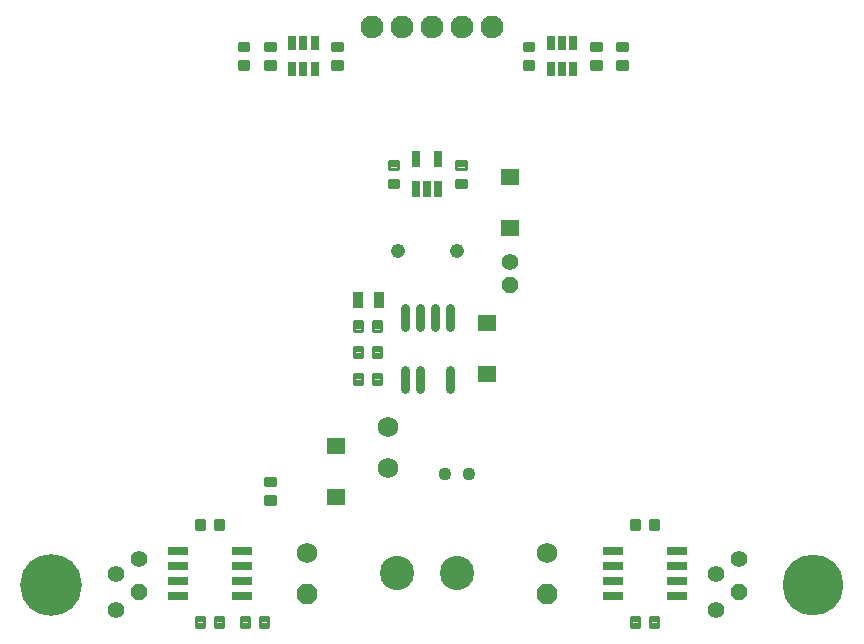
<source format=gts>
G75*
%MOIN*%
%OFA0B0*%
%FSLAX24Y24*%
%IPPOS*%
%LPD*%
%AMOC8*
5,1,8,0,0,1.08239X$1,22.5*
%
%ADD10C,0.2060*%
%ADD11C,0.2029*%
%ADD12R,0.0315X0.0472*%
%ADD13OC8,0.0560*%
%ADD14C,0.0560*%
%ADD15OC8,0.0690*%
%ADD16C,0.0690*%
%ADD17C,0.0300*%
%ADD18R,0.0375X0.0532*%
%ADD19R,0.0670X0.0296*%
%ADD20R,0.0639X0.0560*%
%ADD21C,0.0112*%
%ADD22C,0.0760*%
%ADD23C,0.1143*%
%ADD24R,0.0277X0.0532*%
%ADD25C,0.0436*%
%ADD26C,0.0476*%
D10*
X001626Y001975D03*
D11*
X027020Y001975D03*
D12*
X019024Y019172D03*
X018650Y019172D03*
X018276Y019172D03*
X018276Y020038D03*
X018650Y020038D03*
X019024Y020038D03*
X010399Y020038D03*
X010025Y020038D03*
X009651Y020038D03*
X009651Y019172D03*
X010025Y019172D03*
X010399Y019172D03*
D13*
X016900Y011961D03*
X024531Y001725D03*
X004531Y001725D03*
D14*
X003769Y002325D03*
X004531Y002825D03*
X003769Y001125D03*
X016900Y012748D03*
X024531Y002825D03*
X023769Y002325D03*
X023769Y001125D03*
D15*
X018150Y001666D03*
X010150Y001666D03*
D16*
X010150Y003044D03*
X012838Y005852D03*
X012838Y007230D03*
X018150Y003044D03*
D17*
X014900Y008510D02*
X014900Y009140D01*
X013900Y009140D02*
X013900Y008510D01*
X013400Y008510D02*
X013400Y009140D01*
X013400Y010570D02*
X013400Y011200D01*
X013900Y011200D02*
X013900Y010570D01*
X014400Y010570D02*
X014400Y011200D01*
X014900Y011200D02*
X014900Y010570D01*
D18*
X012544Y011480D03*
X011835Y011480D03*
D19*
X007963Y003105D03*
X007963Y002605D03*
X007963Y002105D03*
X007963Y001605D03*
X005837Y001605D03*
X005837Y002105D03*
X005837Y002605D03*
X005837Y003105D03*
X020337Y003105D03*
X020337Y002605D03*
X020337Y002105D03*
X020337Y001605D03*
X022463Y001605D03*
X022463Y002105D03*
X022463Y002605D03*
X022463Y003105D03*
D20*
X016150Y009008D03*
X016150Y010701D03*
X016900Y013883D03*
X016900Y015576D03*
X011123Y006588D03*
X011123Y004895D03*
D21*
X009061Y004921D02*
X009061Y004659D01*
X008739Y004659D01*
X008739Y004921D01*
X009061Y004921D01*
X009061Y004770D02*
X008739Y004770D01*
X008739Y004881D02*
X009061Y004881D01*
X009061Y005289D02*
X009061Y005551D01*
X009061Y005289D02*
X008739Y005289D01*
X008739Y005551D01*
X009061Y005551D01*
X009061Y005400D02*
X008739Y005400D01*
X008739Y005511D02*
X009061Y005511D01*
X007346Y004141D02*
X007084Y004141D01*
X007346Y004141D02*
X007346Y003819D01*
X007084Y003819D01*
X007084Y004141D01*
X007084Y003930D02*
X007346Y003930D01*
X007346Y004041D02*
X007084Y004041D01*
X006716Y004141D02*
X006454Y004141D01*
X006716Y004141D02*
X006716Y003819D01*
X006454Y003819D01*
X006454Y004141D01*
X006454Y003930D02*
X006716Y003930D01*
X006716Y004041D02*
X006454Y004041D01*
X006454Y000569D02*
X006716Y000569D01*
X006454Y000569D02*
X006454Y000891D01*
X006716Y000891D01*
X006716Y000569D01*
X006716Y000680D02*
X006454Y000680D01*
X006454Y000791D02*
X006716Y000791D01*
X007084Y000569D02*
X007346Y000569D01*
X007084Y000569D02*
X007084Y000891D01*
X007346Y000891D01*
X007346Y000569D01*
X007346Y000680D02*
X007084Y000680D01*
X007084Y000791D02*
X007346Y000791D01*
X007954Y000891D02*
X008216Y000891D01*
X008216Y000569D01*
X007954Y000569D01*
X007954Y000891D01*
X007954Y000680D02*
X008216Y000680D01*
X008216Y000791D02*
X007954Y000791D01*
X008584Y000891D02*
X008846Y000891D01*
X008846Y000569D01*
X008584Y000569D01*
X008584Y000891D01*
X008584Y000680D02*
X008846Y000680D01*
X008846Y000791D02*
X008584Y000791D01*
X011704Y008664D02*
X011966Y008664D01*
X011704Y008664D02*
X011704Y008986D01*
X011966Y008986D01*
X011966Y008664D01*
X011966Y008775D02*
X011704Y008775D01*
X011704Y008886D02*
X011966Y008886D01*
X012334Y008664D02*
X012596Y008664D01*
X012334Y008664D02*
X012334Y008986D01*
X012596Y008986D01*
X012596Y008664D01*
X012596Y008775D02*
X012334Y008775D01*
X012334Y008886D02*
X012596Y008886D01*
X012596Y009891D02*
X012334Y009891D01*
X012596Y009891D02*
X012596Y009569D01*
X012334Y009569D01*
X012334Y009891D01*
X012334Y009680D02*
X012596Y009680D01*
X012596Y009791D02*
X012334Y009791D01*
X011966Y009891D02*
X011704Y009891D01*
X011966Y009891D02*
X011966Y009569D01*
X011704Y009569D01*
X011704Y009891D01*
X011704Y009680D02*
X011966Y009680D01*
X011966Y009791D02*
X011704Y009791D01*
X011704Y010766D02*
X011966Y010766D01*
X011966Y010444D01*
X011704Y010444D01*
X011704Y010766D01*
X011704Y010555D02*
X011966Y010555D01*
X011966Y010666D02*
X011704Y010666D01*
X012334Y010766D02*
X012596Y010766D01*
X012596Y010444D01*
X012334Y010444D01*
X012334Y010766D01*
X012334Y010555D02*
X012596Y010555D01*
X012596Y010666D02*
X012334Y010666D01*
X012864Y015221D02*
X012864Y015483D01*
X013186Y015483D01*
X013186Y015221D01*
X012864Y015221D01*
X012864Y015332D02*
X013186Y015332D01*
X013186Y015443D02*
X012864Y015443D01*
X012864Y015851D02*
X012864Y016113D01*
X013186Y016113D01*
X013186Y015851D01*
X012864Y015851D01*
X012864Y015962D02*
X013186Y015962D01*
X013186Y016073D02*
X012864Y016073D01*
X015436Y016113D02*
X015436Y015851D01*
X015114Y015851D01*
X015114Y016113D01*
X015436Y016113D01*
X015436Y015962D02*
X015114Y015962D01*
X015114Y016073D02*
X015436Y016073D01*
X015436Y015483D02*
X015436Y015221D01*
X015114Y015221D01*
X015114Y015483D01*
X015436Y015483D01*
X015436Y015332D02*
X015114Y015332D01*
X015114Y015443D02*
X015436Y015443D01*
X017364Y019159D02*
X017364Y019421D01*
X017686Y019421D01*
X017686Y019159D01*
X017364Y019159D01*
X017364Y019270D02*
X017686Y019270D01*
X017686Y019381D02*
X017364Y019381D01*
X017364Y019789D02*
X017364Y020051D01*
X017686Y020051D01*
X017686Y019789D01*
X017364Y019789D01*
X017364Y019900D02*
X017686Y019900D01*
X017686Y020011D02*
X017364Y020011D01*
X019614Y020051D02*
X019614Y019789D01*
X019614Y020051D02*
X019936Y020051D01*
X019936Y019789D01*
X019614Y019789D01*
X019614Y019900D02*
X019936Y019900D01*
X019936Y020011D02*
X019614Y020011D01*
X019614Y019421D02*
X019614Y019159D01*
X019614Y019421D02*
X019936Y019421D01*
X019936Y019159D01*
X019614Y019159D01*
X019614Y019270D02*
X019936Y019270D01*
X019936Y019381D02*
X019614Y019381D01*
X020811Y019421D02*
X020811Y019159D01*
X020489Y019159D01*
X020489Y019421D01*
X020811Y019421D01*
X020811Y019270D02*
X020489Y019270D01*
X020489Y019381D02*
X020811Y019381D01*
X020811Y019789D02*
X020811Y020051D01*
X020811Y019789D02*
X020489Y019789D01*
X020489Y020051D01*
X020811Y020051D01*
X020811Y019900D02*
X020489Y019900D01*
X020489Y020011D02*
X020811Y020011D01*
X011311Y020051D02*
X011311Y019789D01*
X010989Y019789D01*
X010989Y020051D01*
X011311Y020051D01*
X011311Y019900D02*
X010989Y019900D01*
X010989Y020011D02*
X011311Y020011D01*
X011311Y019421D02*
X011311Y019159D01*
X010989Y019159D01*
X010989Y019421D01*
X011311Y019421D01*
X011311Y019270D02*
X010989Y019270D01*
X010989Y019381D02*
X011311Y019381D01*
X009061Y019421D02*
X009061Y019159D01*
X008739Y019159D01*
X008739Y019421D01*
X009061Y019421D01*
X009061Y019270D02*
X008739Y019270D01*
X008739Y019381D02*
X009061Y019381D01*
X009061Y019789D02*
X009061Y020051D01*
X009061Y019789D02*
X008739Y019789D01*
X008739Y020051D01*
X009061Y020051D01*
X009061Y019900D02*
X008739Y019900D01*
X008739Y020011D02*
X009061Y020011D01*
X007864Y020051D02*
X007864Y019789D01*
X007864Y020051D02*
X008186Y020051D01*
X008186Y019789D01*
X007864Y019789D01*
X007864Y019900D02*
X008186Y019900D01*
X008186Y020011D02*
X007864Y020011D01*
X007864Y019421D02*
X007864Y019159D01*
X007864Y019421D02*
X008186Y019421D01*
X008186Y019159D01*
X007864Y019159D01*
X007864Y019270D02*
X008186Y019270D01*
X008186Y019381D02*
X007864Y019381D01*
X020954Y004141D02*
X021216Y004141D01*
X021216Y003819D01*
X020954Y003819D01*
X020954Y004141D01*
X020954Y003930D02*
X021216Y003930D01*
X021216Y004041D02*
X020954Y004041D01*
X021584Y004141D02*
X021846Y004141D01*
X021846Y003819D01*
X021584Y003819D01*
X021584Y004141D01*
X021584Y003930D02*
X021846Y003930D01*
X021846Y004041D02*
X021584Y004041D01*
X021584Y000569D02*
X021846Y000569D01*
X021584Y000569D02*
X021584Y000891D01*
X021846Y000891D01*
X021846Y000569D01*
X021846Y000680D02*
X021584Y000680D01*
X021584Y000791D02*
X021846Y000791D01*
X021216Y000569D02*
X020954Y000569D01*
X020954Y000891D01*
X021216Y000891D01*
X021216Y000569D01*
X021216Y000680D02*
X020954Y000680D01*
X020954Y000791D02*
X021216Y000791D01*
D22*
X016323Y020577D03*
X015323Y020577D03*
X014323Y020577D03*
X013323Y020577D03*
X012323Y020577D03*
D23*
X013150Y002355D03*
X015150Y002355D03*
D24*
X014524Y015155D03*
X014150Y015155D03*
X013776Y015155D03*
X013776Y016179D03*
X014524Y016179D03*
D25*
X014756Y005667D03*
X015544Y005667D03*
D26*
X015134Y013105D03*
X013166Y013105D03*
M02*

</source>
